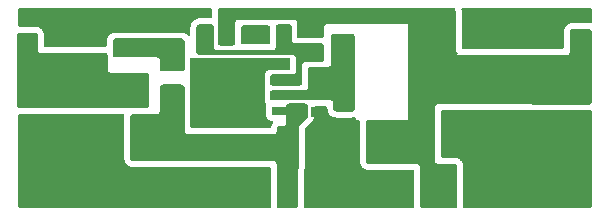
<source format=gtl>
G04 #@! TF.GenerationSoftware,KiCad,Pcbnew,(5.99.0-10682-g4bb4606811)*
G04 #@! TF.CreationDate,2021-06-09T14:52:46+02:00*
G04 #@! TF.ProjectId,xl7005-module,786c3730-3035-42d6-9d6f-64756c652e6b,rev?*
G04 #@! TF.SameCoordinates,Original*
G04 #@! TF.FileFunction,Copper,L1,Top*
G04 #@! TF.FilePolarity,Positive*
%FSLAX46Y46*%
G04 Gerber Fmt 4.6, Leading zero omitted, Abs format (unit mm)*
G04 Created by KiCad (PCBNEW (5.99.0-10682-g4bb4606811)) date 2021-06-09 14:52:46*
%MOMM*%
%LPD*%
G01*
G04 APERTURE LIST*
G04 Aperture macros list*
%AMRoundRect*
0 Rectangle with rounded corners*
0 $1 Rounding radius*
0 $2 $3 $4 $5 $6 $7 $8 $9 X,Y pos of 4 corners*
0 Add a 4 corners polygon primitive as box body*
4,1,4,$2,$3,$4,$5,$6,$7,$8,$9,$2,$3,0*
0 Add four circle primitives for the rounded corners*
1,1,$1+$1,$2,$3*
1,1,$1+$1,$4,$5*
1,1,$1+$1,$6,$7*
1,1,$1+$1,$8,$9*
0 Add four rect primitives between the rounded corners*
20,1,$1+$1,$2,$3,$4,$5,0*
20,1,$1+$1,$4,$5,$6,$7,0*
20,1,$1+$1,$6,$7,$8,$9,0*
20,1,$1+$1,$8,$9,$2,$3,0*%
G04 Aperture macros list end*
G04 #@! TA.AperFunction,ComponentPad*
%ADD10C,1.400000*%
G04 #@! TD*
G04 #@! TA.AperFunction,ComponentPad*
%ADD11R,3.500000X3.500000*%
G04 #@! TD*
G04 #@! TA.AperFunction,ComponentPad*
%ADD12C,3.500000*%
G04 #@! TD*
G04 #@! TA.AperFunction,SMDPad,CuDef*
%ADD13R,1.525000X0.700000*%
G04 #@! TD*
G04 #@! TA.AperFunction,SMDPad,CuDef*
%ADD14R,2.513000X3.402000*%
G04 #@! TD*
G04 #@! TA.AperFunction,ComponentPad*
%ADD15R,1.600000X1.600000*%
G04 #@! TD*
G04 #@! TA.AperFunction,ComponentPad*
%ADD16C,1.600000*%
G04 #@! TD*
G04 #@! TA.AperFunction,SMDPad,CuDef*
%ADD17RoundRect,0.250000X-0.325000X-1.100000X0.325000X-1.100000X0.325000X1.100000X-0.325000X1.100000X0*%
G04 #@! TD*
G04 #@! TA.AperFunction,SMDPad,CuDef*
%ADD18RoundRect,0.250000X0.262500X0.450000X-0.262500X0.450000X-0.262500X-0.450000X0.262500X-0.450000X0*%
G04 #@! TD*
G04 #@! TA.AperFunction,SMDPad,CuDef*
%ADD19R,1.500000X2.200000*%
G04 #@! TD*
G04 #@! TA.AperFunction,SMDPad,CuDef*
%ADD20R,1.200000X0.900000*%
G04 #@! TD*
G04 #@! TA.AperFunction,SMDPad,CuDef*
%ADD21RoundRect,0.250000X-1.075000X0.312500X-1.075000X-0.312500X1.075000X-0.312500X1.075000X0.312500X0*%
G04 #@! TD*
G04 #@! TA.AperFunction,SMDPad,CuDef*
%ADD22R,1.800000X2.500000*%
G04 #@! TD*
G04 #@! TA.AperFunction,SMDPad,CuDef*
%ADD23RoundRect,0.250000X-0.475000X0.250000X-0.475000X-0.250000X0.475000X-0.250000X0.475000X0.250000X0*%
G04 #@! TD*
G04 #@! TA.AperFunction,ViaPad*
%ADD24C,0.400000*%
G04 #@! TD*
G04 APERTURE END LIST*
D10*
X176500000Y-62500000D03*
X176500000Y-73500000D03*
D11*
X166500000Y-70500000D03*
D12*
X166500000Y-65500000D03*
D13*
X151062000Y-68205000D03*
X151062000Y-66935000D03*
X151062000Y-65665000D03*
X151062000Y-64395000D03*
X145638000Y-64395000D03*
X145638000Y-65665000D03*
X145638000Y-66935000D03*
X145638000Y-68205000D03*
D14*
X148350000Y-66300000D03*
D15*
X140200000Y-71417621D03*
D16*
X140200000Y-73917621D03*
D15*
X159300000Y-71567621D03*
D16*
X159300000Y-74067621D03*
D17*
X151425000Y-70900000D03*
X154375000Y-70900000D03*
X151425000Y-74300000D03*
X154375000Y-74300000D03*
D18*
X151312500Y-61800000D03*
X149487500Y-61800000D03*
D19*
X162800000Y-65000000D03*
X156400000Y-65000000D03*
D20*
X154200000Y-65050000D03*
X154200000Y-68350000D03*
D21*
X138300000Y-63037500D03*
X138300000Y-65962500D03*
D15*
X147150000Y-71417621D03*
D16*
X147150000Y-73917621D03*
D17*
X168075000Y-74550000D03*
X165125000Y-74550000D03*
D22*
X141900000Y-67500000D03*
X141900000Y-63500000D03*
D10*
X129500000Y-73500000D03*
X129500000Y-62500000D03*
D11*
X134500000Y-70500000D03*
D12*
X134500000Y-65500000D03*
D18*
X146412500Y-61800000D03*
X144587500Y-61800000D03*
D23*
X153500000Y-61450000D03*
X153500000Y-63350000D03*
D17*
X165175000Y-61300000D03*
X168125000Y-61300000D03*
D24*
X147300000Y-60000000D03*
X148700000Y-60000000D03*
X150100000Y-60000000D03*
X151600000Y-60000000D03*
X173700000Y-60500000D03*
X171700000Y-60500000D03*
X175700000Y-60500000D03*
X176500000Y-69000000D03*
X129500000Y-75500000D03*
X148300000Y-62200000D03*
X135500000Y-60500000D03*
X147500000Y-65100000D03*
X148400000Y-65100000D03*
X170500000Y-75500000D03*
X131500000Y-60500000D03*
X149300000Y-65900000D03*
X147500000Y-66700000D03*
X155400000Y-72600000D03*
X161500000Y-75500000D03*
X139500000Y-75500000D03*
X172500000Y-75500000D03*
X149300000Y-67500000D03*
X135500000Y-75500000D03*
X131500000Y-75500000D03*
X174500000Y-75500000D03*
X149500000Y-75500000D03*
X137500000Y-75500000D03*
X147500000Y-67500000D03*
X155400000Y-74600000D03*
X147500000Y-75500000D03*
X155400000Y-73600000D03*
X133500000Y-60500000D03*
X149300000Y-66700000D03*
X148300000Y-61400000D03*
X133500000Y-75500000D03*
X155400000Y-71600000D03*
X176500000Y-71000000D03*
X143500000Y-75500000D03*
X148400000Y-66700000D03*
X147500000Y-65900000D03*
X155400000Y-75600000D03*
X176500000Y-75500000D03*
X148400000Y-67500000D03*
X149300000Y-65100000D03*
X145500000Y-75500000D03*
X141500000Y-75500000D03*
X148400000Y-65900000D03*
G04 #@! TA.AperFunction,Conductor*
G36*
X165612170Y-59502421D02*
G01*
X165636073Y-59507175D01*
X165671091Y-59514141D01*
X165716510Y-59532954D01*
X165736329Y-59546196D01*
X165755939Y-59559300D01*
X165790700Y-59594061D01*
X165817045Y-59633488D01*
X165835860Y-59678911D01*
X165847579Y-59737830D01*
X165850000Y-59762410D01*
X165850000Y-63075000D01*
X165867127Y-63161104D01*
X165915901Y-63234099D01*
X165926217Y-63240992D01*
X165968524Y-63269261D01*
X166014052Y-63323738D01*
X166022899Y-63394182D01*
X166017768Y-63407517D01*
X164200000Y-64100000D01*
X161800000Y-64100000D01*
X161800000Y-60900000D01*
X154950000Y-60900000D01*
X154854329Y-60919030D01*
X154844011Y-60925924D01*
X154844009Y-60925925D01*
X154783539Y-60966330D01*
X154773223Y-60973223D01*
X154766330Y-60983539D01*
X154725925Y-61044009D01*
X154725924Y-61044011D01*
X154719030Y-61054329D01*
X154700000Y-61150000D01*
X154700000Y-61837590D01*
X154697579Y-61862170D01*
X154685860Y-61921089D01*
X154667045Y-61966512D01*
X154640700Y-62005939D01*
X154605939Y-62040700D01*
X154586329Y-62053804D01*
X154566510Y-62067046D01*
X154521091Y-62085859D01*
X154486073Y-62092825D01*
X154462170Y-62097579D01*
X154437590Y-62100000D01*
X152662410Y-62100000D01*
X152637830Y-62097579D01*
X152613927Y-62092825D01*
X152578909Y-62085859D01*
X152533490Y-62067046D01*
X152513671Y-62053804D01*
X152494061Y-62040700D01*
X152459300Y-62005939D01*
X152432955Y-61966512D01*
X152414140Y-61921089D01*
X152402421Y-61862170D01*
X152400000Y-61837590D01*
X152400000Y-60750000D01*
X152380970Y-60654329D01*
X152374076Y-60644011D01*
X152374075Y-60644009D01*
X152333670Y-60583539D01*
X152326777Y-60573223D01*
X152316461Y-60566330D01*
X152255991Y-60525925D01*
X152255989Y-60525924D01*
X152245671Y-60519030D01*
X152150000Y-60500000D01*
X147450000Y-60500000D01*
X147354329Y-60519030D01*
X147344011Y-60525924D01*
X147344009Y-60525925D01*
X147283539Y-60566330D01*
X147273223Y-60573223D01*
X147266330Y-60583539D01*
X147225925Y-60644009D01*
X147225924Y-60644011D01*
X147219030Y-60654329D01*
X147200000Y-60750000D01*
X147200000Y-62437590D01*
X147197579Y-62462170D01*
X147185860Y-62521089D01*
X147167045Y-62566512D01*
X147140700Y-62605939D01*
X147105939Y-62640700D01*
X147086329Y-62653804D01*
X147066510Y-62667046D01*
X147021091Y-62685859D01*
X146986073Y-62692825D01*
X146962170Y-62697579D01*
X146937590Y-62700000D01*
X145962410Y-62700000D01*
X145937830Y-62697579D01*
X145913927Y-62692825D01*
X145878909Y-62685859D01*
X145833490Y-62667046D01*
X145813671Y-62653804D01*
X145794061Y-62640700D01*
X145759300Y-62605939D01*
X145732955Y-62566512D01*
X145714140Y-62521089D01*
X145702421Y-62462170D01*
X145700000Y-62437590D01*
X145700000Y-59762410D01*
X145702421Y-59737830D01*
X145714140Y-59678911D01*
X145732955Y-59633488D01*
X145759300Y-59594061D01*
X145794061Y-59559300D01*
X145813671Y-59546196D01*
X145833490Y-59532954D01*
X145878909Y-59514141D01*
X145913927Y-59507175D01*
X145937830Y-59502421D01*
X145962410Y-59500000D01*
X165587590Y-59500000D01*
X165612170Y-59502421D01*
G37*
G04 #@! TD.AperFunction*
G04 #@! TA.AperFunction,Conductor*
G36*
X142662170Y-62102421D02*
G01*
X142686073Y-62107175D01*
X142721091Y-62114141D01*
X142766510Y-62132954D01*
X142786329Y-62146196D01*
X142805939Y-62159300D01*
X142840700Y-62194061D01*
X142867045Y-62233488D01*
X142885860Y-62278911D01*
X142897579Y-62337830D01*
X142900000Y-62362410D01*
X142900000Y-64737590D01*
X142897579Y-64762170D01*
X142890337Y-64798580D01*
X142857430Y-64861490D01*
X142795736Y-64896623D01*
X142766758Y-64900000D01*
X140933242Y-64900000D01*
X140865121Y-64879998D01*
X140818628Y-64826342D01*
X140809663Y-64798580D01*
X140802421Y-64762170D01*
X140800000Y-64737590D01*
X140800000Y-63950000D01*
X140780970Y-63854329D01*
X140774076Y-63844011D01*
X140774075Y-63844009D01*
X140733670Y-63783539D01*
X140726777Y-63773223D01*
X140716461Y-63766330D01*
X140655991Y-63725925D01*
X140655989Y-63725924D01*
X140645671Y-63719030D01*
X140550000Y-63700000D01*
X137062410Y-63700000D01*
X137037830Y-63697579D01*
X137013927Y-63692825D01*
X136978909Y-63685859D01*
X136933490Y-63667046D01*
X136913671Y-63653804D01*
X136894061Y-63640700D01*
X136859300Y-63605939D01*
X136832955Y-63566512D01*
X136814140Y-63521089D01*
X136802421Y-63462170D01*
X136800000Y-63437590D01*
X136800000Y-62362410D01*
X136802421Y-62337830D01*
X136814140Y-62278911D01*
X136832955Y-62233488D01*
X136859300Y-62194061D01*
X136894061Y-62159300D01*
X136913671Y-62146196D01*
X136933490Y-62132954D01*
X136978909Y-62114141D01*
X137013927Y-62107175D01*
X137037830Y-62102421D01*
X137062410Y-62100000D01*
X142637590Y-62100000D01*
X142662170Y-62102421D01*
G37*
G04 #@! TD.AperFunction*
G04 #@! TA.AperFunction,Conductor*
G36*
X151850000Y-64800000D02*
G01*
X149996000Y-64800000D01*
X149901261Y-64818646D01*
X149820655Y-64871804D01*
X149766204Y-64951542D01*
X149746033Y-65045968D01*
X149700033Y-67897984D01*
X149700008Y-67900000D01*
X149700000Y-67902016D01*
X149700000Y-69000000D01*
X143400000Y-69000000D01*
X143400000Y-63800000D01*
X151850000Y-63800000D01*
X151850000Y-64800000D01*
G37*
G04 #@! TD.AperFunction*
G04 #@! TA.AperFunction,Conductor*
G36*
X157062170Y-61702421D02*
G01*
X157086073Y-61707175D01*
X157121091Y-61714141D01*
X157166510Y-61732954D01*
X157186329Y-61746196D01*
X157205939Y-61759300D01*
X157240700Y-61794061D01*
X157267045Y-61833488D01*
X157285860Y-61878911D01*
X157297579Y-61937830D01*
X157300000Y-61962410D01*
X157300000Y-68037590D01*
X157297579Y-68062170D01*
X157285860Y-68121089D01*
X157267045Y-68166512D01*
X157240700Y-68205939D01*
X157205939Y-68240700D01*
X157186329Y-68253804D01*
X157166510Y-68267046D01*
X157121091Y-68285859D01*
X157086073Y-68292825D01*
X157062170Y-68297579D01*
X157037590Y-68300000D01*
X155762410Y-68300000D01*
X155737830Y-68297579D01*
X155713927Y-68292825D01*
X155678909Y-68285859D01*
X155633490Y-68267046D01*
X155613671Y-68253804D01*
X155594061Y-68240700D01*
X155559300Y-68205939D01*
X155532955Y-68166512D01*
X155514140Y-68121089D01*
X155502421Y-68062170D01*
X155500000Y-68037590D01*
X155500000Y-67600000D01*
X155480970Y-67504329D01*
X155474076Y-67494011D01*
X155474075Y-67494009D01*
X155433670Y-67433539D01*
X155426777Y-67423223D01*
X155416461Y-67416330D01*
X155355991Y-67375925D01*
X155355989Y-67375924D01*
X155345671Y-67369030D01*
X155250000Y-67350000D01*
X150362410Y-67350000D01*
X150337830Y-67347579D01*
X150313927Y-67342825D01*
X150278909Y-67335859D01*
X150233490Y-67317046D01*
X150213671Y-67303804D01*
X150194061Y-67290700D01*
X150159300Y-67255939D01*
X150132955Y-67216512D01*
X150114140Y-67171089D01*
X150102421Y-67112170D01*
X150100000Y-67087590D01*
X150100000Y-66762410D01*
X150102421Y-66737830D01*
X150114140Y-66678911D01*
X150132955Y-66633488D01*
X150159300Y-66594061D01*
X150194061Y-66559300D01*
X150213671Y-66546196D01*
X150233490Y-66532954D01*
X150278909Y-66514141D01*
X150313927Y-66507175D01*
X150337830Y-66502421D01*
X150362410Y-66500000D01*
X153100000Y-66500000D01*
X153195671Y-66480970D01*
X153205989Y-66474076D01*
X153205991Y-66474075D01*
X153266461Y-66433670D01*
X153276777Y-66426777D01*
X153283670Y-66416461D01*
X153324075Y-66355991D01*
X153324076Y-66355989D01*
X153330970Y-66345671D01*
X153350000Y-66250000D01*
X153350000Y-64762410D01*
X153352421Y-64737830D01*
X153364140Y-64678911D01*
X153382955Y-64633488D01*
X153409300Y-64594061D01*
X153444061Y-64559300D01*
X153463671Y-64546196D01*
X153483490Y-64532954D01*
X153528909Y-64514141D01*
X153563927Y-64507175D01*
X153587830Y-64502421D01*
X153612410Y-64500000D01*
X155050000Y-64500000D01*
X155145671Y-64480970D01*
X155155989Y-64474076D01*
X155155991Y-64474075D01*
X155216461Y-64433670D01*
X155226777Y-64426777D01*
X155233670Y-64416461D01*
X155274075Y-64355991D01*
X155274076Y-64355989D01*
X155280970Y-64345671D01*
X155300000Y-64250000D01*
X155300000Y-61962410D01*
X155302421Y-61937830D01*
X155314140Y-61878911D01*
X155332955Y-61833488D01*
X155359300Y-61794061D01*
X155394061Y-61759300D01*
X155413671Y-61746196D01*
X155433490Y-61732954D01*
X155478909Y-61714141D01*
X155513927Y-61707175D01*
X155537830Y-61702421D01*
X155562410Y-61700000D01*
X157037590Y-61700000D01*
X157062170Y-61702421D01*
G37*
G04 #@! TD.AperFunction*
G04 #@! TA.AperFunction,Conductor*
G36*
X142662170Y-66002421D02*
G01*
X142686073Y-66007175D01*
X142721091Y-66014141D01*
X142766510Y-66032954D01*
X142786329Y-66046196D01*
X142805939Y-66059300D01*
X142840700Y-66094061D01*
X142867045Y-66133488D01*
X142885860Y-66178911D01*
X142897579Y-66237830D01*
X142900000Y-66262410D01*
X142900000Y-69950000D01*
X142919030Y-70045671D01*
X142925924Y-70055989D01*
X142925925Y-70055991D01*
X142966330Y-70116461D01*
X142973223Y-70126777D01*
X142983539Y-70133670D01*
X143044009Y-70174075D01*
X143044011Y-70174076D01*
X143054329Y-70180970D01*
X143150000Y-70200000D01*
X150450000Y-70200000D01*
X150545671Y-70180970D01*
X150555989Y-70174076D01*
X150555991Y-70174075D01*
X150616461Y-70133670D01*
X150626777Y-70126777D01*
X150633670Y-70116461D01*
X150674075Y-70055991D01*
X150674076Y-70055989D01*
X150680970Y-70045671D01*
X150700000Y-69950000D01*
X150700000Y-69762410D01*
X150702421Y-69737830D01*
X150714140Y-69678911D01*
X150732955Y-69633488D01*
X150759300Y-69594061D01*
X150794061Y-69559300D01*
X150813671Y-69546196D01*
X150833490Y-69532954D01*
X150878909Y-69514141D01*
X150913927Y-69507175D01*
X150937830Y-69502421D01*
X150962410Y-69500000D01*
X151250000Y-69500000D01*
X151345671Y-69480970D01*
X151355989Y-69474076D01*
X151355991Y-69474075D01*
X151416461Y-69433670D01*
X151426777Y-69426777D01*
X151433670Y-69416461D01*
X151474075Y-69355991D01*
X151474076Y-69355989D01*
X151480970Y-69345671D01*
X151500000Y-69250000D01*
X151500000Y-67862410D01*
X151502421Y-67837830D01*
X151514140Y-67778911D01*
X151532955Y-67733488D01*
X151559300Y-67694061D01*
X151594061Y-67659300D01*
X151613671Y-67646196D01*
X151633490Y-67632954D01*
X151678909Y-67614141D01*
X151713927Y-67607175D01*
X151737830Y-67602421D01*
X151762410Y-67600000D01*
X153087590Y-67600000D01*
X153112170Y-67602421D01*
X153136073Y-67607175D01*
X153171091Y-67614141D01*
X153216510Y-67632954D01*
X153236329Y-67646196D01*
X153255939Y-67659300D01*
X153290700Y-67694061D01*
X153317045Y-67733488D01*
X153335860Y-67778911D01*
X153347579Y-67837830D01*
X153350000Y-67862410D01*
X153350000Y-68634037D01*
X153347579Y-68658618D01*
X153343543Y-68678911D01*
X153335860Y-68717535D01*
X153317046Y-68762956D01*
X153283670Y-68812907D01*
X153268000Y-68832000D01*
X152671748Y-69428252D01*
X152668353Y-69433293D01*
X152668352Y-69433295D01*
X152657180Y-69449887D01*
X152618244Y-69507710D01*
X152598551Y-69601457D01*
X152598464Y-69607527D01*
X152598464Y-69607530D01*
X152590000Y-70200000D01*
X152503749Y-76237590D01*
X152503696Y-76241277D01*
X152500971Y-76265600D01*
X152488626Y-76323850D01*
X152469502Y-76368658D01*
X152443033Y-76407516D01*
X152408338Y-76441718D01*
X152369110Y-76467626D01*
X152324032Y-76486110D01*
X152265608Y-76497623D01*
X152241247Y-76500000D01*
X150962410Y-76500000D01*
X150937830Y-76497579D01*
X150913927Y-76492825D01*
X150878909Y-76485859D01*
X150833490Y-76467046D01*
X150813671Y-76453804D01*
X150794061Y-76440700D01*
X150759300Y-76405939D01*
X150732955Y-76366512D01*
X150714140Y-76321089D01*
X150702421Y-76262170D01*
X150700000Y-76237590D01*
X150700000Y-72750000D01*
X150680970Y-72654329D01*
X150674076Y-72644011D01*
X150674075Y-72644009D01*
X150633670Y-72583539D01*
X150626777Y-72573223D01*
X150616461Y-72566330D01*
X150555991Y-72525925D01*
X150555989Y-72525924D01*
X150545671Y-72519030D01*
X150450000Y-72500000D01*
X138562410Y-72500000D01*
X138537830Y-72497579D01*
X138513927Y-72492825D01*
X138478909Y-72485859D01*
X138433490Y-72467046D01*
X138413671Y-72453804D01*
X138394061Y-72440700D01*
X138359300Y-72405939D01*
X138332955Y-72366512D01*
X138314140Y-72321089D01*
X138302421Y-72262170D01*
X138300000Y-72237590D01*
X138300000Y-68762410D01*
X138302421Y-68737830D01*
X138314140Y-68678911D01*
X138332955Y-68633488D01*
X138359300Y-68594061D01*
X138394061Y-68559300D01*
X138413671Y-68546196D01*
X138433490Y-68532954D01*
X138478909Y-68514141D01*
X138513927Y-68507175D01*
X138537830Y-68502421D01*
X138562410Y-68500000D01*
X140550000Y-68500000D01*
X140645671Y-68480970D01*
X140655989Y-68474076D01*
X140655991Y-68474075D01*
X140716461Y-68433670D01*
X140726777Y-68426777D01*
X140733670Y-68416461D01*
X140774075Y-68355991D01*
X140774076Y-68355989D01*
X140780970Y-68345671D01*
X140800000Y-68250000D01*
X140800000Y-66262410D01*
X140802421Y-66237830D01*
X140814140Y-66178911D01*
X140832955Y-66133488D01*
X140859300Y-66094061D01*
X140894061Y-66059300D01*
X140913671Y-66046196D01*
X140933490Y-66032954D01*
X140978909Y-66014141D01*
X141013927Y-66007175D01*
X141037830Y-66002421D01*
X141062410Y-66000000D01*
X142637590Y-66000000D01*
X142662170Y-66002421D01*
G37*
G04 #@! TD.AperFunction*
G04 #@! TA.AperFunction,Conductor*
G36*
X145162170Y-60902421D02*
G01*
X145186073Y-60907175D01*
X145221091Y-60914141D01*
X145266510Y-60932954D01*
X145286329Y-60946196D01*
X145305939Y-60959300D01*
X145340700Y-60994061D01*
X145367045Y-61033488D01*
X145385860Y-61078911D01*
X145397579Y-61137830D01*
X145400000Y-61162410D01*
X145400000Y-62850000D01*
X145419030Y-62945671D01*
X145425924Y-62955989D01*
X145425925Y-62955991D01*
X145466330Y-63016461D01*
X145473223Y-63026777D01*
X145483539Y-63033670D01*
X145544009Y-63074075D01*
X145544011Y-63074076D01*
X145554329Y-63080970D01*
X145650000Y-63100000D01*
X150350000Y-63100000D01*
X150445671Y-63080970D01*
X150455989Y-63074076D01*
X150455991Y-63074075D01*
X150516461Y-63033670D01*
X150526777Y-63026777D01*
X150533670Y-63016461D01*
X150574075Y-62955991D01*
X150574076Y-62955989D01*
X150580970Y-62945671D01*
X150600000Y-62850000D01*
X150600000Y-61162410D01*
X150602421Y-61137830D01*
X150614140Y-61078911D01*
X150632955Y-61033488D01*
X150659300Y-60994061D01*
X150694061Y-60959300D01*
X150713671Y-60946196D01*
X150733490Y-60932954D01*
X150778909Y-60914141D01*
X150813927Y-60907175D01*
X150837830Y-60902421D01*
X150862410Y-60900000D01*
X151737590Y-60900000D01*
X151762170Y-60902421D01*
X151786073Y-60907175D01*
X151821091Y-60914141D01*
X151866510Y-60932954D01*
X151886329Y-60946196D01*
X151905939Y-60959300D01*
X151940700Y-60994061D01*
X151967045Y-61033488D01*
X151985860Y-61078911D01*
X151997579Y-61137830D01*
X152000000Y-61162410D01*
X152000000Y-62250000D01*
X152019030Y-62345671D01*
X152025924Y-62355989D01*
X152025925Y-62355991D01*
X152066330Y-62416461D01*
X152073223Y-62426777D01*
X152083539Y-62433670D01*
X152144009Y-62474075D01*
X152144011Y-62474076D01*
X152154329Y-62480970D01*
X152250000Y-62500000D01*
X154437590Y-62500000D01*
X154462170Y-62502421D01*
X154486073Y-62507175D01*
X154521091Y-62514141D01*
X154566510Y-62532954D01*
X154586329Y-62546196D01*
X154605939Y-62559300D01*
X154640700Y-62594061D01*
X154667045Y-62633488D01*
X154685860Y-62678911D01*
X154697579Y-62737830D01*
X154700000Y-62762410D01*
X154700000Y-63837590D01*
X154697579Y-63862170D01*
X154685860Y-63921089D01*
X154667045Y-63966512D01*
X154640700Y-64005939D01*
X154605939Y-64040700D01*
X154586329Y-64053804D01*
X154566510Y-64067046D01*
X154521091Y-64085859D01*
X154486073Y-64092825D01*
X154462170Y-64097579D01*
X154437590Y-64100000D01*
X153100000Y-64100000D01*
X153004329Y-64119030D01*
X152994011Y-64125924D01*
X152994009Y-64125925D01*
X152933539Y-64166330D01*
X152923223Y-64173223D01*
X152916330Y-64183539D01*
X152875925Y-64244009D01*
X152875924Y-64244011D01*
X152869030Y-64254329D01*
X152850000Y-64350000D01*
X152850000Y-65837590D01*
X152847579Y-65862170D01*
X152835860Y-65921089D01*
X152817045Y-65966512D01*
X152790700Y-66005939D01*
X152755939Y-66040700D01*
X152736329Y-66053804D01*
X152716510Y-66067046D01*
X152671091Y-66085859D01*
X152636073Y-66092825D01*
X152612170Y-66097579D01*
X152587590Y-66100000D01*
X150362410Y-66100000D01*
X150337830Y-66097579D01*
X150313927Y-66092825D01*
X150278909Y-66085859D01*
X150233490Y-66067046D01*
X150213671Y-66053804D01*
X150194061Y-66040700D01*
X150159300Y-66005939D01*
X150132955Y-65966512D01*
X150114140Y-65921089D01*
X150102421Y-65862170D01*
X150100000Y-65837590D01*
X150100000Y-65412410D01*
X150102421Y-65387830D01*
X150114140Y-65328911D01*
X150132955Y-65283488D01*
X150159300Y-65244061D01*
X150194061Y-65209300D01*
X150213671Y-65196196D01*
X150233490Y-65182954D01*
X150278909Y-65164141D01*
X150313927Y-65157175D01*
X150337830Y-65152421D01*
X150362410Y-65150000D01*
X152100000Y-65150000D01*
X152195671Y-65130970D01*
X152205989Y-65124076D01*
X152205991Y-65124075D01*
X152266461Y-65083670D01*
X152276777Y-65076777D01*
X152283670Y-65066461D01*
X152324075Y-65005991D01*
X152324076Y-65005989D01*
X152330970Y-64995671D01*
X152350000Y-64900000D01*
X152350000Y-63750000D01*
X152330970Y-63654329D01*
X152324076Y-63644011D01*
X152324075Y-63644009D01*
X152283670Y-63583539D01*
X152276777Y-63573223D01*
X152266461Y-63566330D01*
X152205991Y-63525925D01*
X152205989Y-63525924D01*
X152195671Y-63519030D01*
X152100000Y-63500000D01*
X144162410Y-63500000D01*
X144137830Y-63497579D01*
X144113927Y-63492825D01*
X144078909Y-63485859D01*
X144033490Y-63467046D01*
X144013671Y-63453804D01*
X143994061Y-63440700D01*
X143959300Y-63405939D01*
X143932955Y-63366512D01*
X143914140Y-63321089D01*
X143902421Y-63262170D01*
X143900000Y-63237590D01*
X143900000Y-61162410D01*
X143902421Y-61137830D01*
X143914140Y-61078911D01*
X143932955Y-61033488D01*
X143959300Y-60994061D01*
X143994061Y-60959300D01*
X144013671Y-60946196D01*
X144033490Y-60932954D01*
X144078909Y-60914141D01*
X144113927Y-60907175D01*
X144137830Y-60902421D01*
X144162410Y-60900000D01*
X145137590Y-60900000D01*
X145162170Y-60902421D01*
G37*
G04 #@! TD.AperFunction*
G04 #@! TA.AperFunction,Conductor*
G36*
X130262170Y-61602421D02*
G01*
X130286073Y-61607175D01*
X130321091Y-61614141D01*
X130366510Y-61632954D01*
X130386329Y-61646196D01*
X130405939Y-61659300D01*
X130440700Y-61694061D01*
X130467045Y-61733488D01*
X130485860Y-61778911D01*
X130497579Y-61837830D01*
X130500000Y-61862410D01*
X130500000Y-63097872D01*
X130519233Y-63194032D01*
X130573974Y-63275397D01*
X130655799Y-63329446D01*
X130668052Y-63331789D01*
X130668055Y-63331790D01*
X130714458Y-63340662D01*
X130752119Y-63347863D01*
X133189303Y-63327209D01*
X136135402Y-63302243D01*
X136160133Y-63304480D01*
X136219448Y-63315821D01*
X136265231Y-63334445D01*
X136304998Y-63360713D01*
X136340095Y-63395514D01*
X136366699Y-63435058D01*
X136385709Y-63480678D01*
X136397553Y-63539893D01*
X136400000Y-63564606D01*
X136400000Y-64750000D01*
X136419030Y-64845671D01*
X136425924Y-64855989D01*
X136425925Y-64855991D01*
X136466330Y-64916461D01*
X136473223Y-64926777D01*
X136483539Y-64933670D01*
X136544009Y-64974075D01*
X136544011Y-64974076D01*
X136554329Y-64980970D01*
X136650000Y-65000000D01*
X139637590Y-65000000D01*
X139662170Y-65002421D01*
X139686073Y-65007175D01*
X139721091Y-65014141D01*
X139766510Y-65032954D01*
X139786329Y-65046196D01*
X139805939Y-65059300D01*
X139840700Y-65094061D01*
X139867045Y-65133488D01*
X139885860Y-65178911D01*
X139897579Y-65237830D01*
X139900000Y-65262410D01*
X139900000Y-67737590D01*
X139897579Y-67762170D01*
X139885860Y-67821089D01*
X139867045Y-67866512D01*
X139840700Y-67905939D01*
X139805939Y-67940700D01*
X139786329Y-67953804D01*
X139766510Y-67967046D01*
X139721091Y-67985859D01*
X139686073Y-67992825D01*
X139662170Y-67997579D01*
X139637590Y-68000000D01*
X128962410Y-68000000D01*
X128937830Y-67997579D01*
X128913927Y-67992825D01*
X128878909Y-67985859D01*
X128833490Y-67967046D01*
X128813671Y-67953804D01*
X128794061Y-67940700D01*
X128759300Y-67905939D01*
X128732955Y-67866512D01*
X128714140Y-67821089D01*
X128702421Y-67762170D01*
X128700000Y-67737590D01*
X128700000Y-61862410D01*
X128702421Y-61837830D01*
X128714140Y-61778911D01*
X128732955Y-61733488D01*
X128759300Y-61694061D01*
X128794061Y-61659300D01*
X128813671Y-61646196D01*
X128833490Y-61632954D01*
X128878909Y-61614141D01*
X128913927Y-61607175D01*
X128937830Y-61602421D01*
X128962410Y-61600000D01*
X130237590Y-61600000D01*
X130262170Y-61602421D01*
G37*
G04 #@! TD.AperFunction*
G04 #@! TA.AperFunction,Conductor*
G36*
X167276801Y-68164187D02*
G01*
X169318785Y-68173303D01*
X175297063Y-68199992D01*
X175297571Y-68199994D01*
X175297861Y-68199995D01*
X175298258Y-68199996D01*
X175298451Y-68199996D01*
X175298527Y-68200004D01*
X175298527Y-68199997D01*
X175299366Y-68199999D01*
X175300558Y-68200000D01*
X177137590Y-68200000D01*
X177139131Y-68199924D01*
X177139143Y-68199924D01*
X177164909Y-68198658D01*
X177186600Y-68197592D01*
X177188156Y-68197439D01*
X177188166Y-68197438D01*
X177200231Y-68196249D01*
X177211180Y-68195171D01*
X177212674Y-68194949D01*
X177212726Y-68194943D01*
X177255513Y-68188596D01*
X177325831Y-68198386D01*
X177379693Y-68244640D01*
X177400000Y-68313232D01*
X177400000Y-76237590D01*
X177397579Y-76262170D01*
X177386121Y-76319779D01*
X177385860Y-76321089D01*
X177367045Y-76366512D01*
X177340700Y-76405939D01*
X177305939Y-76440700D01*
X177286329Y-76453804D01*
X177266510Y-76467046D01*
X177221091Y-76485859D01*
X177186073Y-76492825D01*
X177162170Y-76497579D01*
X177137590Y-76500000D01*
X166613231Y-76500000D01*
X166545110Y-76479998D01*
X166498617Y-76426342D01*
X166488595Y-76355514D01*
X166495171Y-76311180D01*
X166497592Y-76286600D01*
X166498792Y-76262170D01*
X166499924Y-76239143D01*
X166499924Y-76239131D01*
X166500000Y-76237590D01*
X166500000Y-72962410D01*
X166498709Y-72936124D01*
X166497669Y-72914972D01*
X166497592Y-72913400D01*
X166495171Y-72888820D01*
X166487973Y-72840291D01*
X166476254Y-72781372D01*
X166447799Y-72687568D01*
X166428984Y-72642145D01*
X166412469Y-72611247D01*
X166384240Y-72558437D01*
X166382776Y-72555698D01*
X166356431Y-72516271D01*
X166294253Y-72440508D01*
X166259492Y-72405747D01*
X166257093Y-72403778D01*
X166186124Y-72345532D01*
X166186119Y-72345528D01*
X166183739Y-72343575D01*
X166164129Y-72330471D01*
X166164105Y-72330455D01*
X166144286Y-72317213D01*
X166057850Y-72271014D01*
X166055001Y-72269834D01*
X166054997Y-72269832D01*
X166015282Y-72253382D01*
X166012431Y-72252201D01*
X165918643Y-72223750D01*
X165883625Y-72216784D01*
X165883606Y-72216780D01*
X165883578Y-72216774D01*
X165861196Y-72212323D01*
X165861198Y-72212323D01*
X165859703Y-72212026D01*
X165848028Y-72210294D01*
X165812692Y-72205053D01*
X165812682Y-72205052D01*
X165811180Y-72204829D01*
X165800231Y-72203751D01*
X165788166Y-72202562D01*
X165788156Y-72202561D01*
X165786600Y-72202408D01*
X165764909Y-72201342D01*
X165739143Y-72200076D01*
X165739131Y-72200076D01*
X165737590Y-72200000D01*
X164726000Y-72200000D01*
X164657879Y-72179998D01*
X164611386Y-72126342D01*
X164600000Y-72074000D01*
X164600000Y-68278801D01*
X164620002Y-68210680D01*
X164673658Y-68164187D01*
X164726562Y-68152802D01*
X167276801Y-68164187D01*
G37*
G04 #@! TD.AperFunction*
G04 #@! TA.AperFunction,Conductor*
G36*
X154942121Y-67870002D02*
G01*
X154988614Y-67923658D01*
X155000000Y-67976000D01*
X155000000Y-68037590D01*
X155002408Y-68086600D01*
X155004829Y-68111180D01*
X155009126Y-68140150D01*
X155011003Y-68152802D01*
X155012027Y-68159709D01*
X155023746Y-68218628D01*
X155052201Y-68312432D01*
X155071016Y-68357855D01*
X155117224Y-68444302D01*
X155143569Y-68483729D01*
X155205747Y-68559492D01*
X155240508Y-68594253D01*
X155242906Y-68596221D01*
X155242907Y-68596222D01*
X155313876Y-68654468D01*
X155313881Y-68654472D01*
X155316261Y-68656425D01*
X155335871Y-68669529D01*
X155335895Y-68669545D01*
X155355714Y-68682787D01*
X155442150Y-68728986D01*
X155444999Y-68730166D01*
X155445003Y-68730168D01*
X155474689Y-68742464D01*
X155487569Y-68747799D01*
X155581357Y-68776250D01*
X155616375Y-68783216D01*
X155616422Y-68783226D01*
X155636012Y-68787122D01*
X155640297Y-68787974D01*
X155651972Y-68789706D01*
X155687308Y-68794947D01*
X155687318Y-68794948D01*
X155688820Y-68795171D01*
X155699769Y-68796249D01*
X155711834Y-68797438D01*
X155711844Y-68797439D01*
X155713400Y-68797592D01*
X155735091Y-68798658D01*
X155760857Y-68799924D01*
X155760869Y-68799924D01*
X155762410Y-68800000D01*
X157037590Y-68800000D01*
X157039131Y-68799924D01*
X157039143Y-68799924D01*
X157064909Y-68798658D01*
X157086600Y-68797592D01*
X157088156Y-68797439D01*
X157088166Y-68797438D01*
X157100231Y-68796249D01*
X157111180Y-68795171D01*
X157112682Y-68794948D01*
X157112692Y-68794947D01*
X157148028Y-68789706D01*
X157159703Y-68787974D01*
X157163988Y-68787122D01*
X157183578Y-68783226D01*
X157183625Y-68783216D01*
X157218643Y-68776250D01*
X157237423Y-68770553D01*
X157308417Y-68769919D01*
X157368484Y-68807767D01*
X157398552Y-68872082D01*
X157400000Y-68891127D01*
X157400000Y-69000000D01*
X157636769Y-69000000D01*
X157704890Y-69020002D01*
X157751383Y-69073658D01*
X157761405Y-69144486D01*
X157754829Y-69188820D01*
X157752408Y-69213400D01*
X157750000Y-69262410D01*
X157750000Y-72487590D01*
X157750076Y-72489131D01*
X157750076Y-72489143D01*
X157751342Y-72514909D01*
X157752408Y-72536600D01*
X157752561Y-72538156D01*
X157752562Y-72538166D01*
X157754559Y-72558437D01*
X157754829Y-72561180D01*
X157762027Y-72609709D01*
X157773746Y-72668628D01*
X157802201Y-72762432D01*
X157821016Y-72807855D01*
X157822474Y-72810583D01*
X157822477Y-72810589D01*
X157838354Y-72840291D01*
X157867224Y-72894302D01*
X157893569Y-72933729D01*
X157955747Y-73009492D01*
X157990508Y-73044253D01*
X158066270Y-73106431D01*
X158068852Y-73108156D01*
X158068857Y-73108160D01*
X158080077Y-73115657D01*
X158080188Y-73115731D01*
X158080193Y-73115734D01*
X158105704Y-73132780D01*
X158144388Y-73153457D01*
X158189416Y-73177525D01*
X158189422Y-73177528D01*
X158192150Y-73178986D01*
X158237569Y-73197799D01*
X158331357Y-73226250D01*
X158366375Y-73233216D01*
X158366422Y-73233226D01*
X158386012Y-73237122D01*
X158390297Y-73237974D01*
X158401972Y-73239706D01*
X158437308Y-73244947D01*
X158437318Y-73244948D01*
X158438820Y-73245171D01*
X158449769Y-73246249D01*
X158461834Y-73247438D01*
X158461844Y-73247439D01*
X158463400Y-73247592D01*
X158485091Y-73248658D01*
X158510857Y-73249924D01*
X158510869Y-73249924D01*
X158512410Y-73250000D01*
X162224000Y-73250000D01*
X162292121Y-73270002D01*
X162338614Y-73323658D01*
X162350000Y-73376000D01*
X162350000Y-76237590D01*
X162350076Y-76239131D01*
X162350076Y-76239143D01*
X162351208Y-76262170D01*
X162352408Y-76286600D01*
X162354829Y-76311180D01*
X162361405Y-76355514D01*
X162351615Y-76425831D01*
X162305362Y-76479693D01*
X162236769Y-76500000D01*
X153116976Y-76500000D01*
X153048855Y-76479998D01*
X153002362Y-76426342D01*
X152992589Y-76353900D01*
X152997862Y-76321269D01*
X153000587Y-76296946D01*
X153003644Y-76248464D01*
X153003697Y-76244777D01*
X153003698Y-76244732D01*
X153003823Y-76236039D01*
X153089949Y-70207142D01*
X153096320Y-69761189D01*
X153117293Y-69693361D01*
X153133212Y-69673894D01*
X153621553Y-69185553D01*
X153654497Y-69149206D01*
X153658369Y-69144488D01*
X153669168Y-69131331D01*
X153669180Y-69131315D01*
X153670167Y-69130113D01*
X153699406Y-69090691D01*
X153732782Y-69040740D01*
X153734236Y-69038019D01*
X153734243Y-69038008D01*
X153777525Y-68957032D01*
X153777528Y-68957026D01*
X153778986Y-68954298D01*
X153797800Y-68908877D01*
X153826252Y-68815083D01*
X153827708Y-68807767D01*
X153833909Y-68776589D01*
X153833938Y-68776444D01*
X153833977Y-68776250D01*
X153837677Y-68757644D01*
X153837974Y-68756151D01*
X153842219Y-68727529D01*
X153844948Y-68709130D01*
X153844948Y-68709127D01*
X153845171Y-68707626D01*
X153847592Y-68683045D01*
X153848256Y-68669545D01*
X153849924Y-68635589D01*
X153849924Y-68635579D01*
X153850000Y-68634037D01*
X153850000Y-67976000D01*
X153870002Y-67907879D01*
X153923658Y-67861386D01*
X153976000Y-67850000D01*
X154874000Y-67850000D01*
X154942121Y-67870002D01*
G37*
G04 #@! TD.AperFunction*
G04 #@! TA.AperFunction,Conductor*
G36*
X128960856Y-68499924D02*
G01*
X128960870Y-68499924D01*
X128962410Y-68500000D01*
X137686769Y-68500000D01*
X137754890Y-68520002D01*
X137801383Y-68573658D01*
X137811405Y-68644486D01*
X137804829Y-68688820D01*
X137804677Y-68690367D01*
X137804676Y-68690372D01*
X137802829Y-68709130D01*
X137802408Y-68713400D01*
X137802331Y-68714972D01*
X137800308Y-68756151D01*
X137800000Y-68762410D01*
X137800000Y-72237590D01*
X137802408Y-72286600D01*
X137804829Y-72311180D01*
X137812027Y-72359709D01*
X137823746Y-72418628D01*
X137852201Y-72512432D01*
X137871016Y-72557855D01*
X137917224Y-72644302D01*
X137943569Y-72683729D01*
X138005747Y-72759492D01*
X138040508Y-72794253D01*
X138042906Y-72796221D01*
X138042907Y-72796222D01*
X138113876Y-72854468D01*
X138113881Y-72854472D01*
X138116261Y-72856425D01*
X138135871Y-72869529D01*
X138135895Y-72869545D01*
X138155714Y-72882787D01*
X138242150Y-72928986D01*
X138244999Y-72930166D01*
X138245003Y-72930168D01*
X138274689Y-72942464D01*
X138287569Y-72947799D01*
X138381357Y-72976250D01*
X138416375Y-72983216D01*
X138416422Y-72983226D01*
X138436012Y-72987122D01*
X138440297Y-72987974D01*
X138451972Y-72989706D01*
X138487308Y-72994947D01*
X138487318Y-72994948D01*
X138488820Y-72995171D01*
X138499769Y-72996249D01*
X138511834Y-72997438D01*
X138511844Y-72997439D01*
X138513400Y-72997592D01*
X138535091Y-72998658D01*
X138560857Y-72999924D01*
X138560869Y-72999924D01*
X138562410Y-73000000D01*
X150074000Y-73000000D01*
X150142121Y-73020002D01*
X150188614Y-73073658D01*
X150200000Y-73126000D01*
X150200000Y-76237590D01*
X150200076Y-76239131D01*
X150200076Y-76239143D01*
X150201208Y-76262170D01*
X150202408Y-76286600D01*
X150204829Y-76311180D01*
X150211405Y-76355514D01*
X150201615Y-76425831D01*
X150155362Y-76479693D01*
X150086769Y-76500000D01*
X129062410Y-76500000D01*
X129037830Y-76497579D01*
X129013927Y-76492825D01*
X128978909Y-76485859D01*
X128933490Y-76467046D01*
X128913671Y-76453804D01*
X128894061Y-76440700D01*
X128859300Y-76405939D01*
X128832955Y-76366512D01*
X128814140Y-76321089D01*
X128813880Y-76319779D01*
X128802421Y-76262170D01*
X128800000Y-76237590D01*
X128800000Y-68624363D01*
X128820002Y-68556242D01*
X128873658Y-68509749D01*
X128932183Y-68498515D01*
X128960856Y-68499924D01*
G37*
G04 #@! TD.AperFunction*
G04 #@! TA.AperFunction,Conductor*
G36*
X149717224Y-67494302D02*
G01*
X149743569Y-67533729D01*
X149745534Y-67536124D01*
X149745536Y-67536126D01*
X149793185Y-67594185D01*
X149820940Y-67659532D01*
X149816878Y-67707324D01*
X149814476Y-67712584D01*
X149813194Y-67721499D01*
X149813194Y-67721500D01*
X149794639Y-67850552D01*
X149794638Y-67850559D01*
X149794000Y-67855000D01*
X149794000Y-68555000D01*
X149799145Y-68626940D01*
X149801046Y-68633415D01*
X149801047Y-68633419D01*
X149815167Y-68681506D01*
X149839681Y-68764992D01*
X149844553Y-68772573D01*
X149912597Y-68878452D01*
X149912599Y-68878455D01*
X149917469Y-68886032D01*
X150026206Y-68980254D01*
X150034403Y-68983998D01*
X150034404Y-68983998D01*
X150113242Y-69020002D01*
X150157084Y-69040024D01*
X150165999Y-69041306D01*
X150166000Y-69041306D01*
X150248255Y-69053132D01*
X150299500Y-69060500D01*
X150299431Y-69060981D01*
X150363272Y-69084795D01*
X150405817Y-69141633D01*
X150410880Y-69212448D01*
X150385159Y-69265595D01*
X150343569Y-69316271D01*
X150317224Y-69355698D01*
X150271016Y-69442145D01*
X150252201Y-69487568D01*
X150223746Y-69581372D01*
X150223144Y-69584399D01*
X150220323Y-69598582D01*
X150187415Y-69661492D01*
X150125720Y-69696623D01*
X150096744Y-69700000D01*
X143526000Y-69700000D01*
X143457879Y-69679998D01*
X143411386Y-69626342D01*
X143400000Y-69574000D01*
X143400000Y-69000000D01*
X149700000Y-69000000D01*
X149700000Y-67900000D01*
X149706856Y-67474906D01*
X149717224Y-67494302D01*
G37*
G04 #@! TD.AperFunction*
G04 #@! TA.AperFunction,Conductor*
G36*
X149729720Y-66310109D02*
G01*
X149725406Y-66324798D01*
X149725936Y-66291939D01*
X149729720Y-66310109D01*
G37*
G04 #@! TD.AperFunction*
G04 #@! TA.AperFunction,Conductor*
G36*
X149894810Y-64811180D02*
G01*
X149840508Y-64855747D01*
X149805747Y-64890508D01*
X149747393Y-64961611D01*
X149750000Y-64800000D01*
X149908432Y-64800000D01*
X149894810Y-64811180D01*
G37*
G04 #@! TD.AperFunction*
G04 #@! TA.AperFunction,Conductor*
G36*
X143608512Y-63762711D02*
G01*
X143615095Y-63768840D01*
X143640508Y-63794253D01*
X143642906Y-63796221D01*
X143642907Y-63796222D01*
X143647510Y-63800000D01*
X143417011Y-63800000D01*
X143420002Y-63789814D01*
X143473658Y-63743321D01*
X143543932Y-63733217D01*
X143608512Y-63762711D01*
G37*
G04 #@! TD.AperFunction*
G04 #@! TA.AperFunction,Conductor*
G36*
X177162170Y-59502421D02*
G01*
X177186073Y-59507175D01*
X177221091Y-59514141D01*
X177266510Y-59532954D01*
X177286329Y-59546196D01*
X177305939Y-59559300D01*
X177340700Y-59594061D01*
X177367045Y-59633488D01*
X177385859Y-59678909D01*
X177392408Y-59711834D01*
X177397579Y-59737830D01*
X177400000Y-59762410D01*
X177400000Y-60686768D01*
X177379998Y-60754889D01*
X177326342Y-60801382D01*
X177255513Y-60811404D01*
X177212726Y-60805057D01*
X177212674Y-60805051D01*
X177211180Y-60804829D01*
X177200231Y-60803751D01*
X177188166Y-60802562D01*
X177188156Y-60802561D01*
X177186600Y-60802408D01*
X177164909Y-60801342D01*
X177139143Y-60800076D01*
X177139131Y-60800076D01*
X177137590Y-60800000D01*
X175762410Y-60800000D01*
X175760869Y-60800076D01*
X175760857Y-60800076D01*
X175735091Y-60801342D01*
X175713400Y-60802408D01*
X175711844Y-60802561D01*
X175711834Y-60802562D01*
X175699769Y-60803751D01*
X175688820Y-60804829D01*
X175687318Y-60805052D01*
X175687308Y-60805053D01*
X175651972Y-60810294D01*
X175640297Y-60812026D01*
X175638802Y-60812323D01*
X175638804Y-60812323D01*
X175616422Y-60816774D01*
X175616394Y-60816780D01*
X175616375Y-60816784D01*
X175581357Y-60823750D01*
X175487569Y-60852201D01*
X175484718Y-60853382D01*
X175445003Y-60869832D01*
X175444999Y-60869834D01*
X175442150Y-60871014D01*
X175355714Y-60917213D01*
X175335895Y-60930455D01*
X175335871Y-60930471D01*
X175316261Y-60943575D01*
X175313881Y-60945528D01*
X175313876Y-60945532D01*
X175266512Y-60984405D01*
X175240508Y-61005747D01*
X175205747Y-61040508D01*
X175143569Y-61116271D01*
X175117224Y-61155698D01*
X175115760Y-61158437D01*
X175077265Y-61230455D01*
X175071016Y-61242145D01*
X175052201Y-61287568D01*
X175023746Y-61381372D01*
X175012027Y-61440291D01*
X175011798Y-61441832D01*
X175011796Y-61441846D01*
X175009126Y-61459850D01*
X175004829Y-61488820D01*
X175002408Y-61513400D01*
X175000000Y-61562410D01*
X175000000Y-62874000D01*
X174979998Y-62942121D01*
X174926342Y-62988614D01*
X174874000Y-63000000D01*
X166476000Y-63000000D01*
X166407879Y-62979998D01*
X166361386Y-62926342D01*
X166350000Y-62874000D01*
X166350000Y-59762410D01*
X166347592Y-59713400D01*
X166345171Y-59688820D01*
X166338595Y-59644486D01*
X166348385Y-59574169D01*
X166394638Y-59520307D01*
X166463231Y-59500000D01*
X177137590Y-59500000D01*
X177162170Y-59502421D01*
G37*
G04 #@! TD.AperFunction*
G04 #@! TA.AperFunction,Conductor*
G36*
X145154890Y-59520002D02*
G01*
X145201383Y-59573658D01*
X145211405Y-59644486D01*
X145204829Y-59688820D01*
X145202408Y-59713400D01*
X145200000Y-59762410D01*
X145200000Y-60274000D01*
X145179998Y-60342121D01*
X145126342Y-60388614D01*
X145074000Y-60400000D01*
X144162410Y-60400000D01*
X144160869Y-60400076D01*
X144160857Y-60400076D01*
X144135091Y-60401342D01*
X144113400Y-60402408D01*
X144111844Y-60402561D01*
X144111834Y-60402562D01*
X144099998Y-60403728D01*
X144088820Y-60404829D01*
X144087318Y-60405052D01*
X144087308Y-60405053D01*
X144051972Y-60410294D01*
X144040297Y-60412026D01*
X144038802Y-60412323D01*
X144038804Y-60412323D01*
X144016422Y-60416774D01*
X144016394Y-60416780D01*
X144016375Y-60416784D01*
X143981357Y-60423750D01*
X143887569Y-60452201D01*
X143884718Y-60453382D01*
X143845003Y-60469832D01*
X143844999Y-60469834D01*
X143842150Y-60471014D01*
X143755714Y-60517213D01*
X143735895Y-60530455D01*
X143735871Y-60530471D01*
X143716261Y-60543575D01*
X143713881Y-60545528D01*
X143713876Y-60545532D01*
X143642907Y-60603778D01*
X143640508Y-60605747D01*
X143605747Y-60640508D01*
X143543569Y-60716271D01*
X143517224Y-60755698D01*
X143515760Y-60758437D01*
X143480370Y-60824646D01*
X143471016Y-60842145D01*
X143452201Y-60887568D01*
X143423746Y-60981372D01*
X143412027Y-61040291D01*
X143404829Y-61088820D01*
X143404677Y-61090367D01*
X143404676Y-61090372D01*
X143403491Y-61102408D01*
X143402408Y-61113400D01*
X143401789Y-61126000D01*
X143400444Y-61153382D01*
X143400000Y-61162410D01*
X143400000Y-61742065D01*
X143379998Y-61810186D01*
X143326342Y-61856679D01*
X143256068Y-61866783D01*
X143191488Y-61837289D01*
X143184905Y-61831160D01*
X143159492Y-61805747D01*
X143157093Y-61803778D01*
X143086124Y-61745532D01*
X143086119Y-61745528D01*
X143083739Y-61743575D01*
X143064129Y-61730471D01*
X143064105Y-61730455D01*
X143044286Y-61717213D01*
X142957850Y-61671014D01*
X142955001Y-61669834D01*
X142954997Y-61669832D01*
X142915282Y-61653382D01*
X142912431Y-61652201D01*
X142818643Y-61623750D01*
X142783625Y-61616784D01*
X142783606Y-61616780D01*
X142783578Y-61616774D01*
X142761196Y-61612323D01*
X142761198Y-61612323D01*
X142759703Y-61612026D01*
X142748028Y-61610294D01*
X142712692Y-61605053D01*
X142712682Y-61605052D01*
X142711180Y-61604829D01*
X142700231Y-61603751D01*
X142688166Y-61602562D01*
X142688156Y-61602561D01*
X142686600Y-61602408D01*
X142664909Y-61601342D01*
X142639143Y-61600076D01*
X142639131Y-61600076D01*
X142637590Y-61600000D01*
X137062410Y-61600000D01*
X137060869Y-61600076D01*
X137060857Y-61600076D01*
X137035091Y-61601342D01*
X137013400Y-61602408D01*
X137011844Y-61602561D01*
X137011834Y-61602562D01*
X136999769Y-61603751D01*
X136988820Y-61604829D01*
X136987318Y-61605052D01*
X136987308Y-61605053D01*
X136951972Y-61610294D01*
X136940297Y-61612026D01*
X136938802Y-61612323D01*
X136938804Y-61612323D01*
X136916422Y-61616774D01*
X136916394Y-61616780D01*
X136916375Y-61616784D01*
X136881357Y-61623750D01*
X136787569Y-61652201D01*
X136784718Y-61653382D01*
X136745003Y-61669832D01*
X136744999Y-61669834D01*
X136742150Y-61671014D01*
X136655714Y-61717213D01*
X136635895Y-61730455D01*
X136635871Y-61730471D01*
X136616261Y-61743575D01*
X136613881Y-61745528D01*
X136613876Y-61745532D01*
X136542907Y-61803778D01*
X136540508Y-61805747D01*
X136505747Y-61840508D01*
X136443569Y-61916271D01*
X136417224Y-61955698D01*
X136371016Y-62042145D01*
X136352201Y-62087568D01*
X136323746Y-62181372D01*
X136312027Y-62240291D01*
X136304829Y-62288820D01*
X136302408Y-62313400D01*
X136300000Y-62362410D01*
X136300000Y-62677907D01*
X136279998Y-62746028D01*
X136226342Y-62792521D01*
X136168852Y-62803802D01*
X136131165Y-62802261D01*
X136129601Y-62802274D01*
X136129586Y-62802274D01*
X133185066Y-62827227D01*
X131127068Y-62844667D01*
X131058780Y-62825243D01*
X131011834Y-62771984D01*
X131000000Y-62718672D01*
X131000000Y-61862410D01*
X130999719Y-61856679D01*
X130997669Y-61814972D01*
X130997592Y-61813400D01*
X130997276Y-61810186D01*
X130995324Y-61790372D01*
X130995323Y-61790367D01*
X130995171Y-61788820D01*
X130990874Y-61759850D01*
X130988204Y-61741846D01*
X130988202Y-61741832D01*
X130987973Y-61740291D01*
X130976254Y-61681372D01*
X130947799Y-61587568D01*
X130928984Y-61542145D01*
X130914460Y-61514972D01*
X130884240Y-61458437D01*
X130882776Y-61455698D01*
X130856431Y-61416271D01*
X130794253Y-61340508D01*
X130759492Y-61305747D01*
X130733877Y-61284724D01*
X130686124Y-61245532D01*
X130686119Y-61245528D01*
X130683739Y-61243575D01*
X130664129Y-61230471D01*
X130664105Y-61230455D01*
X130644286Y-61217213D01*
X130557850Y-61171014D01*
X130555001Y-61169834D01*
X130554997Y-61169832D01*
X130525311Y-61157536D01*
X130512431Y-61152201D01*
X130418643Y-61123750D01*
X130383625Y-61116784D01*
X130383606Y-61116780D01*
X130383578Y-61116774D01*
X130361196Y-61112323D01*
X130361198Y-61112323D01*
X130359703Y-61112026D01*
X130348028Y-61110294D01*
X130312692Y-61105053D01*
X130312682Y-61105052D01*
X130311180Y-61104829D01*
X130300231Y-61103751D01*
X130288166Y-61102562D01*
X130288156Y-61102561D01*
X130286600Y-61102408D01*
X130264909Y-61101342D01*
X130239143Y-61100076D01*
X130239131Y-61100076D01*
X130237590Y-61100000D01*
X128962410Y-61100000D01*
X128960870Y-61100076D01*
X128960856Y-61100076D01*
X128932183Y-61101485D01*
X128863163Y-61084850D01*
X128814093Y-61033540D01*
X128800000Y-60975637D01*
X128800000Y-59762410D01*
X128802421Y-59737830D01*
X128807592Y-59711834D01*
X128814141Y-59678909D01*
X128832955Y-59633488D01*
X128859300Y-59594061D01*
X128894061Y-59559300D01*
X128913671Y-59546196D01*
X128933490Y-59532954D01*
X128978909Y-59514141D01*
X129013927Y-59507175D01*
X129037830Y-59502421D01*
X129062410Y-59500000D01*
X145086769Y-59500000D01*
X145154890Y-59520002D01*
G37*
G04 #@! TD.AperFunction*
G04 #@! TA.AperFunction,Conductor*
G36*
X150043758Y-61020002D02*
G01*
X150090251Y-61073658D01*
X150101485Y-61132183D01*
X150100330Y-61155698D01*
X150100000Y-61162410D01*
X150100000Y-62474000D01*
X150079998Y-62542121D01*
X150026342Y-62588614D01*
X149974000Y-62600000D01*
X147824363Y-62600000D01*
X147756242Y-62579998D01*
X147709749Y-62526342D01*
X147698515Y-62467817D01*
X147699924Y-62439144D01*
X147699924Y-62439130D01*
X147700000Y-62437590D01*
X147700000Y-61126000D01*
X147720002Y-61057879D01*
X147773658Y-61011386D01*
X147826000Y-61000000D01*
X149975637Y-61000000D01*
X150043758Y-61020002D01*
G37*
G04 #@! TD.AperFunction*
G04 #@! TA.AperFunction,Conductor*
G36*
X177162170Y-61302421D02*
G01*
X177186073Y-61307175D01*
X177221091Y-61314141D01*
X177266510Y-61332954D01*
X177286329Y-61346196D01*
X177305939Y-61359300D01*
X177340700Y-61394061D01*
X177367045Y-61433488D01*
X177385860Y-61478911D01*
X177397579Y-61537830D01*
X177400000Y-61562410D01*
X177400000Y-67437590D01*
X177397579Y-67462170D01*
X177385860Y-67521089D01*
X177367045Y-67566512D01*
X177340700Y-67605939D01*
X177305939Y-67640700D01*
X177288567Y-67652308D01*
X177266510Y-67667046D01*
X177221091Y-67685859D01*
X177186073Y-67692825D01*
X177162170Y-67697579D01*
X177137590Y-67700000D01*
X175300558Y-67700000D01*
X175299719Y-67699998D01*
X175299585Y-67699998D01*
X175299295Y-67699997D01*
X169321017Y-67673308D01*
X164351116Y-67651121D01*
X164345027Y-67652308D01*
X164345022Y-67652308D01*
X164269395Y-67667045D01*
X164255103Y-67669830D01*
X164244737Y-67676715D01*
X164244736Y-67676715D01*
X164230967Y-67685860D01*
X164173618Y-67723948D01*
X164119137Y-67805190D01*
X164100000Y-67901119D01*
X164100000Y-72450000D01*
X164119030Y-72545671D01*
X164125924Y-72555989D01*
X164125925Y-72555991D01*
X164166330Y-72616461D01*
X164173223Y-72626777D01*
X164183539Y-72633670D01*
X164244009Y-72674075D01*
X164244011Y-72674076D01*
X164254329Y-72680970D01*
X164350000Y-72700000D01*
X165737590Y-72700000D01*
X165762170Y-72702421D01*
X165786073Y-72707175D01*
X165821091Y-72714141D01*
X165866510Y-72732954D01*
X165886329Y-72746196D01*
X165905939Y-72759300D01*
X165940700Y-72794061D01*
X165967045Y-72833488D01*
X165985860Y-72878911D01*
X165997579Y-72937830D01*
X166000000Y-72962410D01*
X166000000Y-76237590D01*
X165997579Y-76262170D01*
X165985860Y-76321089D01*
X165967045Y-76366512D01*
X165940700Y-76405939D01*
X165905939Y-76440700D01*
X165886329Y-76453804D01*
X165866510Y-76467046D01*
X165821091Y-76485859D01*
X165786073Y-76492825D01*
X165762170Y-76497579D01*
X165737590Y-76500000D01*
X163112410Y-76500000D01*
X163087830Y-76497579D01*
X163063927Y-76492825D01*
X163028909Y-76485859D01*
X162983490Y-76467046D01*
X162963671Y-76453804D01*
X162944061Y-76440700D01*
X162909300Y-76405939D01*
X162882955Y-76366512D01*
X162864140Y-76321089D01*
X162852421Y-76262170D01*
X162850000Y-76237590D01*
X162850000Y-73000000D01*
X162830970Y-72904329D01*
X162824076Y-72894011D01*
X162824075Y-72894009D01*
X162783670Y-72833539D01*
X162776777Y-72823223D01*
X162733133Y-72794061D01*
X162705991Y-72775925D01*
X162705989Y-72775924D01*
X162695671Y-72769030D01*
X162600000Y-72750000D01*
X158512410Y-72750000D01*
X158487830Y-72747579D01*
X158463927Y-72742825D01*
X158428909Y-72735859D01*
X158383490Y-72717046D01*
X158357979Y-72700000D01*
X158344061Y-72690700D01*
X158309300Y-72655939D01*
X158282955Y-72616512D01*
X158264140Y-72571089D01*
X158252421Y-72512170D01*
X158250000Y-72487590D01*
X158250000Y-69262410D01*
X158252421Y-69237830D01*
X158264140Y-69178911D01*
X158282955Y-69133488D01*
X158309300Y-69094061D01*
X158344061Y-69059300D01*
X158363671Y-69046196D01*
X158383490Y-69032954D01*
X158428909Y-69014141D01*
X158463927Y-69007175D01*
X158487830Y-69002421D01*
X158512410Y-69000000D01*
X161800000Y-69000000D01*
X161800000Y-63500000D01*
X175250000Y-63500000D01*
X175345671Y-63480970D01*
X175355989Y-63474076D01*
X175355991Y-63474075D01*
X175416461Y-63433670D01*
X175426777Y-63426777D01*
X175433670Y-63416461D01*
X175474075Y-63355991D01*
X175474076Y-63355989D01*
X175480970Y-63345671D01*
X175500000Y-63250000D01*
X175500000Y-61562410D01*
X175502421Y-61537830D01*
X175514140Y-61478911D01*
X175532955Y-61433488D01*
X175559300Y-61394061D01*
X175594061Y-61359300D01*
X175613671Y-61346196D01*
X175633490Y-61332954D01*
X175678909Y-61314141D01*
X175713927Y-61307175D01*
X175737830Y-61302421D01*
X175762410Y-61300000D01*
X177137590Y-61300000D01*
X177162170Y-61302421D01*
G37*
G04 #@! TD.AperFunction*
M02*

</source>
